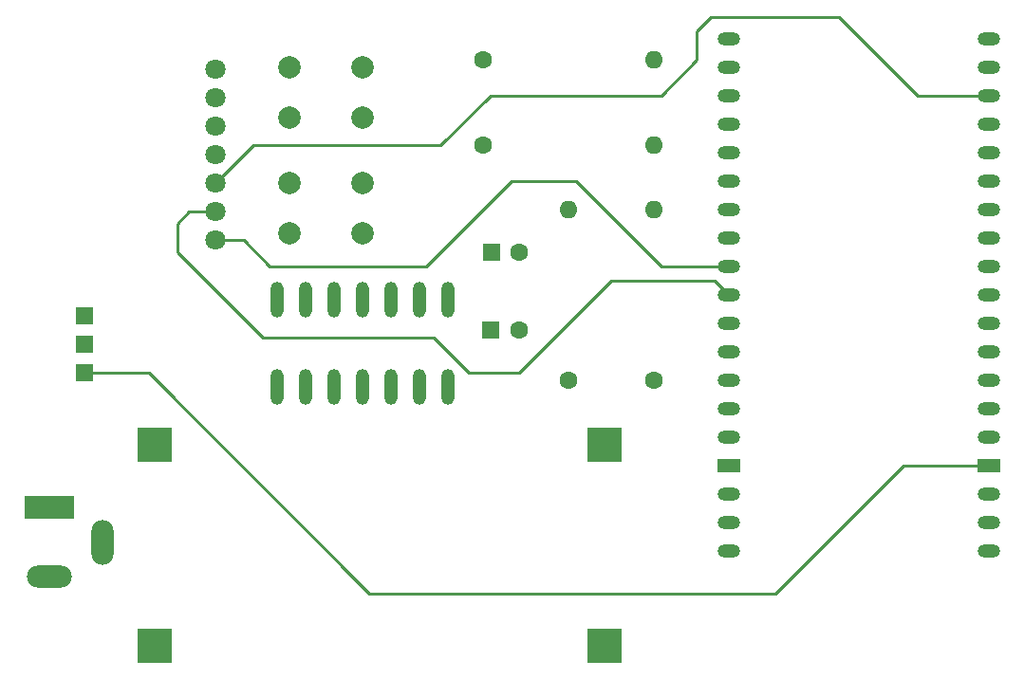
<source format=gbl>
G04 #@! TF.GenerationSoftware,KiCad,Pcbnew,8.0.1*
G04 #@! TF.CreationDate,2024-04-23T21:26:09-07:00*
G04 #@! TF.ProjectId,LED_Device,4c45445f-4465-4766-9963-652e6b696361,rev?*
G04 #@! TF.SameCoordinates,Original*
G04 #@! TF.FileFunction,Copper,L4,Bot*
G04 #@! TF.FilePolarity,Positive*
%FSLAX46Y46*%
G04 Gerber Fmt 4.6, Leading zero omitted, Abs format (unit mm)*
G04 Created by KiCad (PCBNEW 8.0.1) date 2024-04-23 21:26:09*
%MOMM*%
%LPD*%
G01*
G04 APERTURE LIST*
G04 #@! TA.AperFunction,ComponentPad*
%ADD10R,4.500000X2.000000*%
G04 #@! TD*
G04 #@! TA.AperFunction,ComponentPad*
%ADD11O,4.000000X2.000000*%
G04 #@! TD*
G04 #@! TA.AperFunction,ComponentPad*
%ADD12O,2.000000X4.000000*%
G04 #@! TD*
G04 #@! TA.AperFunction,ComponentPad*
%ADD13C,1.600000*%
G04 #@! TD*
G04 #@! TA.AperFunction,ComponentPad*
%ADD14O,1.600000X1.600000*%
G04 #@! TD*
G04 #@! TA.AperFunction,ComponentPad*
%ADD15C,2.000000*%
G04 #@! TD*
G04 #@! TA.AperFunction,ComponentPad*
%ADD16R,1.600000X1.600000*%
G04 #@! TD*
G04 #@! TA.AperFunction,ComponentPad*
%ADD17C,1.800000*%
G04 #@! TD*
G04 #@! TA.AperFunction,ComponentPad*
%ADD18O,2.000000X1.200000*%
G04 #@! TD*
G04 #@! TA.AperFunction,ComponentPad*
%ADD19R,2.000000X1.200000*%
G04 #@! TD*
G04 #@! TA.AperFunction,ComponentPad*
%ADD20O,1.200000X3.180000*%
G04 #@! TD*
G04 #@! TA.AperFunction,ComponentPad*
%ADD21R,3.100000X3.100000*%
G04 #@! TD*
G04 #@! TA.AperFunction,Conductor*
%ADD22C,0.254000*%
G04 #@! TD*
G04 APERTURE END LIST*
D10*
X105445000Y-126265000D03*
D11*
X105445000Y-132465000D03*
D12*
X110145000Y-129465000D03*
D13*
X144145000Y-86360000D03*
D14*
X159385000Y-86360000D03*
D15*
X133350000Y-91495000D03*
X126850000Y-91495000D03*
X133350000Y-86995000D03*
X126850000Y-86995000D03*
D13*
X159385000Y-114935000D03*
D14*
X159385000Y-99695000D03*
D16*
X144820000Y-110490000D03*
D13*
X147320000Y-110490000D03*
D17*
X120269000Y-102438200D03*
X120269000Y-99898200D03*
X120269000Y-97358200D03*
X120269000Y-94818200D03*
X120269000Y-92278200D03*
X120269000Y-89738200D03*
X120269000Y-87198200D03*
D16*
X108585000Y-109220000D03*
X108585000Y-111760000D03*
X108585000Y-114300000D03*
D15*
X133350000Y-101825000D03*
X126850000Y-101825000D03*
X133350000Y-97325000D03*
X126850000Y-97325000D03*
D13*
X144145000Y-93980000D03*
D14*
X159385000Y-93980000D03*
D18*
X166065200Y-84455000D03*
X166065200Y-86995000D03*
X166065200Y-89535000D03*
X166065200Y-92075000D03*
X166065200Y-94615000D03*
X166065200Y-97155000D03*
X166065200Y-99695000D03*
X166065200Y-102235000D03*
X166065200Y-104775000D03*
X166065200Y-107315000D03*
X166065200Y-109855000D03*
X166065200Y-112395000D03*
X166065200Y-114935000D03*
X166065200Y-117475000D03*
X166065200Y-120015000D03*
D19*
X166065200Y-122555000D03*
D18*
X166065200Y-125095000D03*
X166065200Y-127635000D03*
X166065200Y-130175000D03*
X189230000Y-84455000D03*
X189230000Y-86995000D03*
X189230000Y-89535000D03*
X189230000Y-92075000D03*
X189230000Y-94615000D03*
X189230000Y-97155000D03*
X189230000Y-99695000D03*
X189230000Y-102235000D03*
X189230000Y-104775000D03*
X189230000Y-107315000D03*
X189230000Y-109855000D03*
X189230000Y-112395000D03*
X189230000Y-114935000D03*
X189230000Y-117475000D03*
X189230000Y-120015000D03*
D19*
X189230000Y-122555000D03*
D18*
X189230000Y-125095000D03*
X189230000Y-127635000D03*
X189230000Y-130175000D03*
D16*
X144844888Y-103505000D03*
D13*
X147344888Y-103505000D03*
D20*
X140970000Y-107770000D03*
X138430000Y-107770000D03*
X135890000Y-107770000D03*
X133350000Y-107770000D03*
X130810000Y-107770000D03*
X128270000Y-107770000D03*
X125730000Y-107770000D03*
X125730000Y-115570000D03*
X128270000Y-115570000D03*
X130810000Y-115570000D03*
X133350000Y-115570000D03*
X135890000Y-115570000D03*
X138430000Y-115570000D03*
X140970000Y-115570000D03*
D13*
X151765000Y-114935000D03*
D14*
X151765000Y-99695000D03*
D21*
X114858800Y-120751600D03*
X114858800Y-138633200D03*
X154940000Y-120751600D03*
X154940000Y-138633200D03*
D22*
X139065000Y-104775000D02*
X125095000Y-104775000D01*
X146685000Y-97155000D02*
X139065000Y-104775000D01*
X166065200Y-104775000D02*
X160020000Y-104775000D01*
X122758200Y-102438200D02*
X120269000Y-102438200D01*
X152400000Y-97155000D02*
X146685000Y-97155000D01*
X125095000Y-104775000D02*
X122758200Y-102438200D01*
X160020000Y-104775000D02*
X152400000Y-97155000D01*
X155575000Y-106045000D02*
X164795200Y-106045000D01*
X124460000Y-111125000D02*
X139700000Y-111125000D01*
X139700000Y-111125000D02*
X142875000Y-114300000D01*
X164795200Y-106045000D02*
X166065200Y-107315000D01*
X142875000Y-114300000D02*
X147320000Y-114300000D01*
X117906800Y-99898200D02*
X116840000Y-100965000D01*
X120269000Y-99898200D02*
X117906800Y-99898200D01*
X147320000Y-114300000D02*
X155575000Y-106045000D01*
X116840000Y-103505000D02*
X124460000Y-111125000D01*
X116840000Y-100965000D02*
X116840000Y-103505000D01*
X182880000Y-89535000D02*
X189230000Y-89535000D01*
X140335000Y-93980000D02*
X144780000Y-89535000D01*
X163195000Y-83820000D02*
X164465000Y-82550000D01*
X160020000Y-89535000D02*
X163195000Y-86360000D01*
X144780000Y-89535000D02*
X160020000Y-89535000D01*
X123647200Y-93980000D02*
X140335000Y-93980000D01*
X164465000Y-82550000D02*
X175895000Y-82550000D01*
X120269000Y-97358200D02*
X123647200Y-93980000D01*
X163195000Y-86360000D02*
X163195000Y-83820000D01*
X175895000Y-82550000D02*
X182880000Y-89535000D01*
X133985000Y-133985000D02*
X135255000Y-133985000D01*
X170180000Y-133985000D02*
X181610000Y-122555000D01*
X114300000Y-114300000D02*
X133985000Y-133985000D01*
X135255000Y-133985000D02*
X170180000Y-133985000D01*
X181610000Y-122555000D02*
X189230000Y-122555000D01*
X108585000Y-114300000D02*
X114300000Y-114300000D01*
M02*

</source>
